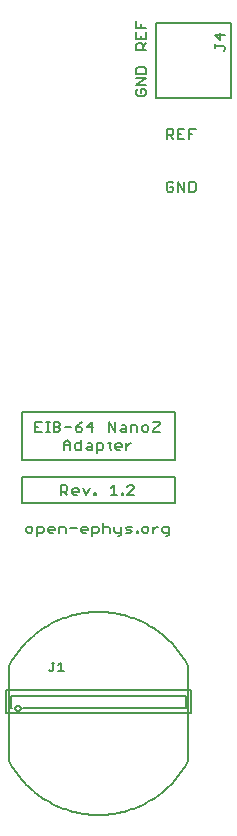
<source format=gbr>
G04 EAGLE Gerber RS-274X export*
G75*
%MOMM*%
%FSLAX34Y34*%
%LPD*%
%INSilkscreen Top*%
%IPPOS*%
%AMOC8*
5,1,8,0,0,1.08239X$1,22.5*%
G01*
%ADD10C,0.203200*%
%ADD11C,0.177800*%
%ADD12C,0.200000*%
%ADD13C,0.127000*%
%ADD14C,0.152400*%


D10*
X-48133Y486691D02*
X-53556Y486691D01*
X-53556Y478556D01*
X-48133Y478556D01*
X-50844Y482623D02*
X-53556Y482623D01*
X-44201Y478556D02*
X-41489Y478556D01*
X-42845Y478556D02*
X-42845Y486691D01*
X-44201Y486691D02*
X-41489Y486691D01*
X-37964Y486691D02*
X-37964Y478556D01*
X-37964Y486691D02*
X-33897Y486691D01*
X-32541Y485335D01*
X-32541Y483979D01*
X-33897Y482623D01*
X-32541Y481268D01*
X-32541Y479912D01*
X-33897Y478556D01*
X-37964Y478556D01*
X-37964Y482623D02*
X-33897Y482623D01*
X-28609Y482623D02*
X-23186Y482623D01*
X-16542Y485335D02*
X-13830Y486691D01*
X-16542Y485335D02*
X-19254Y482623D01*
X-19254Y479912D01*
X-17898Y478556D01*
X-15186Y478556D01*
X-13830Y479912D01*
X-13830Y481268D01*
X-15186Y482623D01*
X-19254Y482623D01*
X-5831Y478556D02*
X-5831Y486691D01*
X-9898Y482623D01*
X-4475Y482623D01*
X8812Y478556D02*
X8812Y486691D01*
X14235Y478556D01*
X14235Y486691D01*
X19523Y483979D02*
X22235Y483979D01*
X23590Y482623D01*
X23590Y478556D01*
X19523Y478556D01*
X18167Y479912D01*
X19523Y481268D01*
X23590Y481268D01*
X27522Y483979D02*
X27522Y478556D01*
X27522Y483979D02*
X31590Y483979D01*
X32946Y482623D01*
X32946Y478556D01*
X38233Y478556D02*
X40945Y478556D01*
X42301Y479912D01*
X42301Y482623D01*
X40945Y483979D01*
X38233Y483979D01*
X36878Y482623D01*
X36878Y479912D01*
X38233Y478556D01*
X46233Y486691D02*
X51656Y486691D01*
X51656Y485335D01*
X46233Y479912D01*
X46233Y478556D01*
X51656Y478556D01*
X-29388Y468739D02*
X-29388Y463316D01*
X-29388Y468739D02*
X-26677Y471451D01*
X-23965Y468739D01*
X-23965Y463316D01*
X-23965Y467383D02*
X-29388Y467383D01*
X-14610Y471451D02*
X-14610Y463316D01*
X-18677Y463316D01*
X-20033Y464672D01*
X-20033Y467383D01*
X-18677Y468739D01*
X-14610Y468739D01*
X-9322Y468739D02*
X-6611Y468739D01*
X-5255Y467383D01*
X-5255Y463316D01*
X-9322Y463316D01*
X-10678Y464672D01*
X-9322Y466028D01*
X-5255Y466028D01*
X-1323Y468739D02*
X-1323Y460604D01*
X-1323Y468739D02*
X2745Y468739D01*
X4100Y467383D01*
X4100Y464672D01*
X2745Y463316D01*
X-1323Y463316D01*
X9388Y464672D02*
X9388Y470095D01*
X9388Y464672D02*
X10744Y463316D01*
X10744Y468739D02*
X8032Y468739D01*
X15625Y463316D02*
X18337Y463316D01*
X15625Y463316D02*
X14269Y464672D01*
X14269Y467383D01*
X15625Y468739D01*
X18337Y468739D01*
X19692Y467383D01*
X19692Y466028D01*
X14269Y466028D01*
X23624Y468739D02*
X23624Y463316D01*
X23624Y466028D02*
X26336Y468739D01*
X27692Y468739D01*
X-31727Y433260D02*
X-31727Y425125D01*
X-31727Y433260D02*
X-27660Y433260D01*
X-26304Y431905D01*
X-26304Y429193D01*
X-27660Y427837D01*
X-31727Y427837D01*
X-29016Y427837D02*
X-26304Y425125D01*
X-21016Y425125D02*
X-18305Y425125D01*
X-21016Y425125D02*
X-22372Y426481D01*
X-22372Y429193D01*
X-21016Y430549D01*
X-18305Y430549D01*
X-16949Y429193D01*
X-16949Y427837D01*
X-22372Y427837D01*
X-13017Y430549D02*
X-10305Y425125D01*
X-7594Y430549D01*
X-3662Y426481D02*
X-3662Y425125D01*
X-3662Y426481D02*
X-2306Y426481D01*
X-2306Y425125D01*
X-3662Y425125D01*
X10371Y430549D02*
X13083Y433260D01*
X13083Y425125D01*
X15794Y425125D02*
X10371Y425125D01*
X19726Y425125D02*
X19726Y426481D01*
X21082Y426481D01*
X21082Y425125D01*
X19726Y425125D01*
X24404Y425125D02*
X29827Y425125D01*
X24404Y425125D02*
X29827Y430549D01*
X29827Y431905D01*
X28471Y433260D01*
X25760Y433260D01*
X24404Y431905D01*
D11*
X63416Y688768D02*
X62018Y690167D01*
X59222Y690167D01*
X57823Y688768D01*
X57823Y683176D01*
X59222Y681777D01*
X62018Y681777D01*
X63416Y683176D01*
X63416Y685972D01*
X60620Y685972D01*
X67179Y681777D02*
X67179Y690167D01*
X72771Y681777D01*
X72771Y690167D01*
X76534Y690167D02*
X76534Y681777D01*
X80728Y681777D01*
X82127Y683176D01*
X82127Y688768D01*
X80728Y690167D01*
X76534Y690167D01*
X57823Y726777D02*
X57823Y735167D01*
X62018Y735167D01*
X63416Y733768D01*
X63416Y730972D01*
X62018Y729574D01*
X57823Y729574D01*
X60620Y729574D02*
X63416Y726777D01*
X67179Y735167D02*
X72771Y735167D01*
X67179Y735167D02*
X67179Y726777D01*
X72771Y726777D01*
X69975Y730972D02*
X67179Y730972D01*
X76534Y726777D02*
X76534Y735167D01*
X82127Y735167D01*
X79330Y730972D02*
X76534Y730972D01*
X-65000Y495000D02*
X-65000Y455000D01*
X65000Y455000D01*
X65000Y495000D01*
X-65000Y495000D01*
X-65000Y418379D02*
X65000Y418379D01*
X-65000Y418379D02*
X-65000Y440000D01*
X65000Y440000D01*
X65000Y418379D01*
D12*
X76000Y280000D02*
X76000Y200000D01*
X-76000Y200000D02*
X-76000Y280000D01*
X-75001Y281843D01*
X-73958Y283662D01*
X-72870Y285454D01*
X-71739Y287219D01*
X-70565Y288956D01*
X-69349Y290664D01*
X-68091Y292342D01*
X-66793Y293988D01*
X-65456Y295602D01*
X-64079Y297183D01*
X-62664Y298731D01*
X-61212Y300243D01*
X-59723Y301719D01*
X-58199Y303158D01*
X-56640Y304560D01*
X-55047Y305923D01*
X-53422Y307247D01*
X-51764Y308531D01*
X-50076Y309774D01*
X-48358Y310976D01*
X-46611Y312135D01*
X-44836Y313251D01*
X-43035Y314324D01*
X-41208Y315352D01*
X-39356Y316336D01*
X-37481Y317274D01*
X-35584Y318165D01*
X-33666Y319011D01*
X-31727Y319809D01*
X-29769Y320560D01*
X-27794Y321262D01*
X-25802Y321916D01*
X-23795Y322522D01*
X-21774Y323078D01*
X-19739Y323585D01*
X-17693Y324042D01*
X-15637Y324449D01*
X-13571Y324805D01*
X-11497Y325111D01*
X-9416Y325366D01*
X-7329Y325571D01*
X-5238Y325724D01*
X-3144Y325826D01*
X-1048Y325878D01*
X1048Y325878D01*
X3144Y325826D01*
X5238Y325724D01*
X7329Y325571D01*
X9416Y325366D01*
X11497Y325111D01*
X13571Y324805D01*
X15637Y324449D01*
X17693Y324042D01*
X19739Y323585D01*
X21774Y323078D01*
X23795Y322522D01*
X25802Y321916D01*
X27794Y321262D01*
X29769Y320560D01*
X31727Y319809D01*
X33666Y319011D01*
X35584Y318165D01*
X37481Y317274D01*
X39356Y316336D01*
X41208Y315352D01*
X43035Y314324D01*
X44836Y313251D01*
X46611Y312135D01*
X48358Y310976D01*
X50076Y309774D01*
X51764Y308531D01*
X53422Y307247D01*
X55047Y305923D01*
X56640Y304560D01*
X58199Y303158D01*
X59723Y301719D01*
X61212Y300243D01*
X62664Y298731D01*
X64079Y297183D01*
X65456Y295602D01*
X66793Y293988D01*
X68091Y292342D01*
X69349Y290664D01*
X70565Y288956D01*
X71739Y287219D01*
X72870Y285454D01*
X73958Y283662D01*
X75001Y281843D01*
X76000Y280000D01*
X76000Y200000D02*
X75001Y198157D01*
X73958Y196338D01*
X72870Y194546D01*
X71739Y192781D01*
X70565Y191044D01*
X69349Y189336D01*
X68091Y187658D01*
X66793Y186012D01*
X65456Y184398D01*
X64079Y182817D01*
X62664Y181269D01*
X61212Y179757D01*
X59723Y178281D01*
X58199Y176842D01*
X56640Y175440D01*
X55047Y174077D01*
X53422Y172753D01*
X51764Y171469D01*
X50076Y170226D01*
X48358Y169024D01*
X46611Y167865D01*
X44836Y166749D01*
X43035Y165676D01*
X41208Y164648D01*
X39356Y163664D01*
X37481Y162726D01*
X35584Y161835D01*
X33666Y160989D01*
X31727Y160191D01*
X29769Y159440D01*
X27794Y158738D01*
X25802Y158084D01*
X23795Y157478D01*
X21774Y156922D01*
X19739Y156415D01*
X17693Y155958D01*
X15637Y155551D01*
X13571Y155195D01*
X11497Y154889D01*
X9416Y154634D01*
X7329Y154429D01*
X5238Y154276D01*
X3144Y154174D01*
X1048Y154122D01*
X-1048Y154122D01*
X-3144Y154174D01*
X-5238Y154276D01*
X-7329Y154429D01*
X-9416Y154634D01*
X-11497Y154889D01*
X-13571Y155195D01*
X-15637Y155551D01*
X-17693Y155958D01*
X-19739Y156415D01*
X-21774Y156922D01*
X-23795Y157478D01*
X-25802Y158084D01*
X-27794Y158738D01*
X-29769Y159440D01*
X-31727Y160191D01*
X-33666Y160989D01*
X-35584Y161835D01*
X-37481Y162726D01*
X-39356Y163664D01*
X-41208Y164648D01*
X-43035Y165676D01*
X-44836Y166749D01*
X-46611Y167865D01*
X-48358Y169024D01*
X-50076Y170226D01*
X-51764Y171469D01*
X-53422Y172753D01*
X-55047Y174077D01*
X-56640Y175440D01*
X-58199Y176842D01*
X-59723Y178281D01*
X-61212Y179757D01*
X-62664Y181269D01*
X-64079Y182817D01*
X-65456Y184398D01*
X-66793Y186012D01*
X-68091Y187658D01*
X-69349Y189336D01*
X-70565Y191044D01*
X-71739Y192781D01*
X-72870Y194546D01*
X-73958Y196338D01*
X-75001Y198157D01*
X-76000Y200000D01*
D11*
X31770Y767018D02*
X33168Y768416D01*
X31770Y767018D02*
X31770Y764222D01*
X33168Y762823D01*
X38761Y762823D01*
X40159Y764222D01*
X40159Y767018D01*
X38761Y768416D01*
X35965Y768416D01*
X35965Y765620D01*
X40159Y772179D02*
X31770Y772179D01*
X40159Y777771D01*
X31770Y777771D01*
X31770Y781534D02*
X40159Y781534D01*
X40159Y785728D01*
X38761Y787127D01*
X33168Y787127D01*
X31770Y785728D01*
X31770Y781534D01*
X31770Y801857D02*
X40159Y801857D01*
X31770Y801857D02*
X31770Y806052D01*
X33168Y807450D01*
X35965Y807450D01*
X37363Y806052D01*
X37363Y801857D01*
X37363Y804654D02*
X40159Y807450D01*
X31770Y811213D02*
X31770Y816805D01*
X31770Y811213D02*
X40159Y811213D01*
X40159Y816805D01*
X35965Y814009D02*
X35965Y811213D01*
X40159Y820568D02*
X31770Y820568D01*
X31770Y826161D01*
X35965Y823364D02*
X35965Y820568D01*
D10*
X-57285Y392873D02*
X-59996Y392873D01*
X-57285Y392873D02*
X-55929Y394229D01*
X-55929Y396940D01*
X-57285Y398296D01*
X-59996Y398296D01*
X-61352Y396940D01*
X-61352Y394229D01*
X-59996Y392873D01*
X-51997Y390161D02*
X-51997Y398296D01*
X-47929Y398296D01*
X-46574Y396940D01*
X-46574Y394229D01*
X-47929Y392873D01*
X-51997Y392873D01*
X-41286Y392873D02*
X-38574Y392873D01*
X-41286Y392873D02*
X-42642Y394229D01*
X-42642Y396940D01*
X-41286Y398296D01*
X-38574Y398296D01*
X-37218Y396940D01*
X-37218Y395585D01*
X-42642Y395585D01*
X-33286Y398296D02*
X-33286Y392873D01*
X-33286Y398296D02*
X-29219Y398296D01*
X-27863Y396940D01*
X-27863Y392873D01*
X-23931Y396940D02*
X-18508Y396940D01*
X-13220Y392873D02*
X-10509Y392873D01*
X-13220Y392873D02*
X-14576Y394229D01*
X-14576Y396940D01*
X-13220Y398296D01*
X-10509Y398296D01*
X-9153Y396940D01*
X-9153Y395585D01*
X-14576Y395585D01*
X-5221Y398296D02*
X-5221Y390161D01*
X-5221Y398296D02*
X-1153Y398296D01*
X202Y396940D01*
X202Y394229D01*
X-1153Y392873D01*
X-5221Y392873D01*
X4134Y392873D02*
X4134Y401008D01*
X5490Y398296D02*
X4134Y396940D01*
X5490Y398296D02*
X8202Y398296D01*
X9558Y396940D01*
X9558Y392873D01*
X13490Y394229D02*
X13490Y398296D01*
X13490Y394229D02*
X14845Y392873D01*
X18913Y392873D01*
X18913Y391517D02*
X18913Y398296D01*
X18913Y391517D02*
X17557Y390161D01*
X16201Y390161D01*
X22845Y392873D02*
X26912Y392873D01*
X28268Y394229D01*
X26912Y395585D01*
X24201Y395585D01*
X22845Y396940D01*
X24201Y398296D01*
X28268Y398296D01*
X32200Y394229D02*
X32200Y392873D01*
X32200Y394229D02*
X33556Y394229D01*
X33556Y392873D01*
X32200Y392873D01*
X38233Y392873D02*
X40945Y392873D01*
X42301Y394229D01*
X42301Y396940D01*
X40945Y398296D01*
X38233Y398296D01*
X36878Y396940D01*
X36878Y394229D01*
X38233Y392873D01*
X46233Y392873D02*
X46233Y398296D01*
X46233Y395585D02*
X48944Y398296D01*
X50300Y398296D01*
X56740Y390161D02*
X58096Y390161D01*
X59452Y391517D01*
X59452Y398296D01*
X55384Y398296D01*
X54029Y396940D01*
X54029Y394229D01*
X55384Y392873D01*
X59452Y392873D01*
D13*
X-70506Y244458D02*
X-70504Y244553D01*
X-70498Y244648D01*
X-70488Y244743D01*
X-70474Y244837D01*
X-70456Y244930D01*
X-70435Y245023D01*
X-70409Y245115D01*
X-70380Y245205D01*
X-70346Y245294D01*
X-70310Y245382D01*
X-70269Y245468D01*
X-70225Y245553D01*
X-70177Y245635D01*
X-70126Y245715D01*
X-70072Y245793D01*
X-70015Y245869D01*
X-69954Y245943D01*
X-69890Y246013D01*
X-69824Y246081D01*
X-69754Y246146D01*
X-69682Y246209D01*
X-69608Y246268D01*
X-69531Y246324D01*
X-69451Y246376D01*
X-69370Y246426D01*
X-69287Y246471D01*
X-69201Y246514D01*
X-69114Y246552D01*
X-69026Y246588D01*
X-68936Y246619D01*
X-68845Y246646D01*
X-68753Y246670D01*
X-68660Y246690D01*
X-68566Y246706D01*
X-68471Y246718D01*
X-68377Y246726D01*
X-68282Y246730D01*
X-68186Y246730D01*
X-68091Y246726D01*
X-67997Y246718D01*
X-67902Y246706D01*
X-67808Y246690D01*
X-67715Y246670D01*
X-67623Y246646D01*
X-67532Y246619D01*
X-67442Y246588D01*
X-67354Y246552D01*
X-67267Y246514D01*
X-67181Y246471D01*
X-67098Y246426D01*
X-67017Y246376D01*
X-66937Y246324D01*
X-66860Y246268D01*
X-66786Y246209D01*
X-66714Y246146D01*
X-66644Y246081D01*
X-66578Y246013D01*
X-66514Y245943D01*
X-66453Y245869D01*
X-66396Y245793D01*
X-66342Y245715D01*
X-66291Y245635D01*
X-66243Y245553D01*
X-66199Y245468D01*
X-66158Y245382D01*
X-66122Y245294D01*
X-66088Y245205D01*
X-66059Y245115D01*
X-66033Y245023D01*
X-66012Y244930D01*
X-65994Y244837D01*
X-65980Y244743D01*
X-65970Y244648D01*
X-65964Y244553D01*
X-65962Y244458D01*
X-65964Y244363D01*
X-65970Y244268D01*
X-65980Y244173D01*
X-65994Y244079D01*
X-66012Y243986D01*
X-66033Y243893D01*
X-66059Y243801D01*
X-66088Y243711D01*
X-66122Y243622D01*
X-66158Y243534D01*
X-66199Y243448D01*
X-66243Y243363D01*
X-66291Y243281D01*
X-66342Y243201D01*
X-66396Y243123D01*
X-66453Y243047D01*
X-66514Y242973D01*
X-66578Y242903D01*
X-66644Y242835D01*
X-66714Y242770D01*
X-66786Y242707D01*
X-66860Y242648D01*
X-66937Y242592D01*
X-67017Y242540D01*
X-67098Y242490D01*
X-67181Y242445D01*
X-67267Y242402D01*
X-67354Y242364D01*
X-67442Y242328D01*
X-67532Y242297D01*
X-67623Y242270D01*
X-67715Y242246D01*
X-67808Y242226D01*
X-67902Y242210D01*
X-67997Y242198D01*
X-68091Y242190D01*
X-68186Y242186D01*
X-68282Y242186D01*
X-68377Y242190D01*
X-68471Y242198D01*
X-68566Y242210D01*
X-68660Y242226D01*
X-68753Y242246D01*
X-68845Y242270D01*
X-68936Y242297D01*
X-69026Y242328D01*
X-69114Y242364D01*
X-69201Y242402D01*
X-69287Y242445D01*
X-69370Y242490D01*
X-69451Y242540D01*
X-69531Y242592D01*
X-69608Y242648D01*
X-69682Y242707D01*
X-69754Y242770D01*
X-69824Y242835D01*
X-69890Y242903D01*
X-69954Y242973D01*
X-70015Y243047D01*
X-70072Y243123D01*
X-70126Y243201D01*
X-70177Y243281D01*
X-70225Y243363D01*
X-70269Y243448D01*
X-70310Y243534D01*
X-70346Y243622D01*
X-70380Y243711D01*
X-70409Y243801D01*
X-70435Y243893D01*
X-70456Y243986D01*
X-70474Y244079D01*
X-70488Y244173D01*
X-70498Y244268D01*
X-70504Y244363D01*
X-70506Y244458D01*
X-78000Y240000D02*
X-78000Y260000D01*
X78000Y260000D01*
X78000Y240000D01*
X-78000Y240000D01*
X-74000Y245000D02*
X-74000Y255000D01*
X-74000Y245000D02*
X-73000Y245000D01*
X-74000Y255000D02*
X74000Y255000D01*
X74000Y245000D01*
X-64000Y245000D01*
D14*
X-41009Y275762D02*
X-42238Y276991D01*
X-41009Y275762D02*
X-39781Y275762D01*
X-38552Y276991D01*
X-38552Y283134D01*
X-39781Y283134D02*
X-37323Y283134D01*
X-34052Y280677D02*
X-31595Y283134D01*
X-31595Y275762D01*
X-34052Y275762D02*
X-29137Y275762D01*
D13*
X48250Y825018D02*
X111750Y825018D01*
X48250Y825018D02*
X48250Y761518D01*
X111750Y761518D01*
X111750Y825018D01*
D11*
X107371Y802245D02*
X105973Y800847D01*
X107371Y802245D02*
X107371Y803643D01*
X105973Y805042D01*
X98982Y805042D01*
X98982Y806440D02*
X98982Y803643D01*
X98982Y814397D02*
X107371Y814397D01*
X103176Y810202D02*
X98982Y814397D01*
X103176Y815795D02*
X103176Y810202D01*
M02*

</source>
